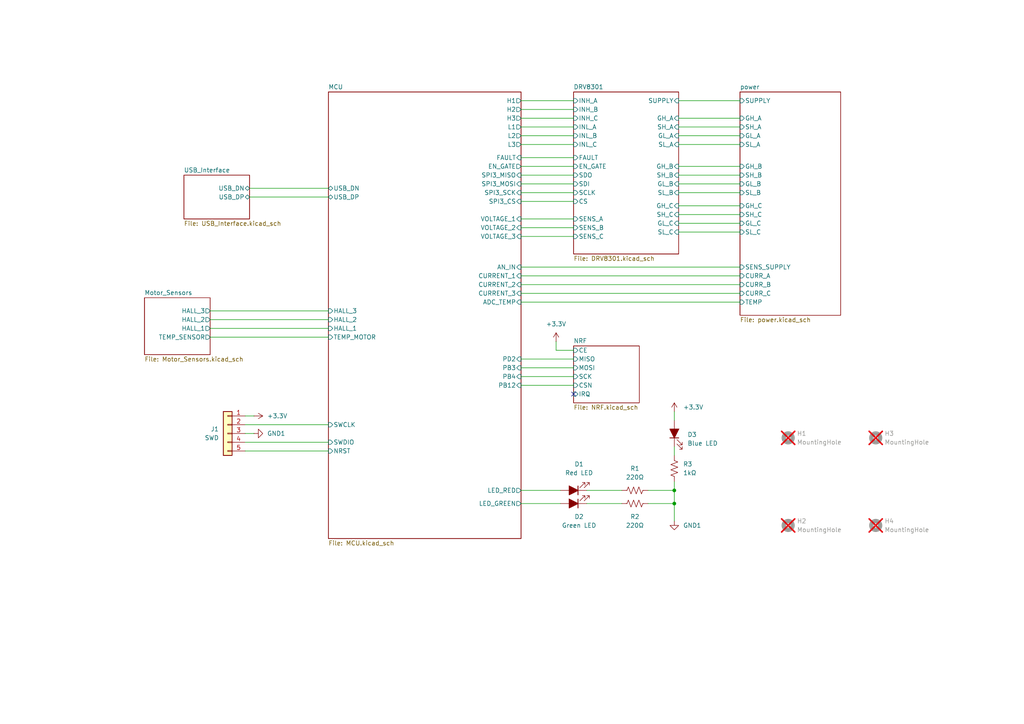
<source format=kicad_sch>
(kicad_sch (version 20231120) (generator "eeschema") (generator_version "8.0")
  (paper "A4")
  (title_block (title "bldc-controller-edp") (date "2024-08-20") (rev "1.0") (company "UTN"))
  (lib_symbols
    (symbol "Connector_Generic:Conn_01x05" (pin_names (offset 1.016) hide)
      (property "Reference" "J" (at 0 7.62 0))
      (property "Value" "Conn_01x05" (at 0 -7.62 0))
      (symbol "Conn_01x05_1_1"
        (rectangle (start -1.27 -4.953) (end 0 -5.207) (stroke (width 0.1524)))
        (rectangle (start -1.27 -2.413) (end 0 -2.667) (stroke (width 0.1524)))
        (rectangle (start -1.27 0.127) (end 0 -0.127) (stroke (width 0.1524)))
        (rectangle (start -1.27 2.667) (end 0 2.413) (stroke (width 0.1524)))
        (rectangle (start -1.27 5.207) (end 0 4.953) (stroke (width 0.1524)))
        (rectangle (start -1.27 6.35) (end 1.27 -6.35) (stroke (width 0.254)) (fill (type background)))
        (pin passive line (at -5.08 5.08 0) (length 3.81) (name "Pin_1") (number "1"))
        (pin passive line (at -5.08 2.54 0) (length 3.81) (name "Pin_2") (number "2"))
        (pin passive line (at -5.08 0 0) (length 3.81) (name "Pin_3") (number "3"))
        (pin passive line (at -5.08 -2.54 0) (length 3.81) (name "Pin_4") (number "4"))
        (pin passive line (at -5.08 -5.08 0) (length 3.81) (name "Pin_5") (number "5"))
      )
    )
    (symbol "Device:LED_Filled" (pin_numbers hide) (pin_names (offset 1.016) hide)
      (property "Reference" "D" (at 0 2.54 0))
      (property "Value" "LED_Filled" (at 0 -2.54 0))
      (symbol "LED_Filled_0_1"
        (polyline (pts (xy -1.27 -1.27) (xy -1.27 1.27)) (stroke (width 0.254)))
        (polyline (pts (xy -1.27 0) (xy 1.27 0)))
        (polyline (pts (xy 1.27 -1.27) (xy 1.27 1.27) (xy -1.27 0) (xy 1.27 -1.27)) (stroke (width 0.254)) (fill (type outline)))
        (polyline (pts (xy -3.048 -0.762) (xy -4.572 -2.286) (xy -3.81 -2.286) (xy -4.572 -2.286) (xy -4.572 -1.524)))
        (polyline (pts (xy -1.778 -0.762) (xy -3.302 -2.286) (xy -2.54 -2.286) (xy -3.302 -2.286) (xy -3.302 -1.524)))
      )
      (symbol "LED_Filled_1_1"
        (pin passive line (at -3.81 0 0) (length 2.54) (name "K") (number "1"))
        (pin passive line (at 3.81 0 180) (length 2.54) (name "A") (number "2"))
      )
    )
    (symbol "Device:R_US" (pin_numbers hide) (pin_names (offset 0))
      (property "Reference" "R" (at 2.54 0 90))
      (property "Value" "R_US" (at -2.54 0 90))
      (symbol "R_US_0_1"
        (polyline (pts (xy 0 -2.286) (xy 0 -2.54)))
        (polyline (pts (xy 0 2.286) (xy 0 2.54)))
        (polyline (pts (xy 0 -0.762) (xy 1.016 -1.143) (xy 0 -1.524) (xy -1.016 -1.905) (xy 0 -2.286)))
        (polyline (pts (xy 0 0.762) (xy 1.016 0.381) (xy 0 0) (xy -1.016 -0.381) (xy 0 -0.762)))
        (polyline (pts (xy 0 2.286) (xy 1.016 1.905) (xy 0 1.524) (xy -1.016 1.143) (xy 0 0.762)))
      )
      (symbol "R_US_1_1"
        (pin passive line (at 0 3.81 270) (length 1.27) (name "~") (number "1"))
        (pin passive line (at 0 -3.81 90) (length 1.27) (name "~") (number "2"))
      )
    )
    (symbol "Mechanical:MountingHole" (pin_names (offset 1.016)) (exclude_from_sim yes) (in_bom no)
      (property "Reference" "H" (at 0 5.08 0))
      (property "Value" "MountingHole" (at 0 3.175 0))
      (symbol "MountingHole_0_1"
        (circle (center 0 0) (radius 1.27) (stroke (width 1.27)))
      )
    )
    (symbol "power:+3.3V" (power) (pin_numbers hide) (pin_names (offset 0) hide)
      (property "Value" "+3.3V" (at 0 3.556 0))
      (symbol "+3.3V_0_1"
        (polyline (pts (xy -0.762 1.27) (xy 0 2.54)))
        (polyline (pts (xy 0 0) (xy 0 2.54)))
        (polyline (pts (xy 0 2.54) (xy 0.762 1.27)))
      )
      (symbol "+3.3V_1_1"
        (pin power_in line (at 0 0 90) (length 0) (name "~") (number "1"))
      )
    )
    (symbol "power:GND1" (power) (pin_numbers hide) (pin_names (offset 0) hide)
      (property "Value" "GND1" (at 0 -3.81 0))
      (symbol "GND1_0_1"
        (polyline (pts (xy 0 0) (xy 0 -1.27) (xy 1.27 -1.27) (xy 0 -2.54) (xy -1.27 -1.27) (xy 0 -1.27)))
      )
      (symbol "GND1_1_1"
        (pin power_in line (at 0 0 270) (length 0) (name "~") (number "1"))
      )
    )
  )
  (junction (at 195.58 146.05))
  (junction (at 195.58 142.24))
  (no_connect (at 166.37 114.3))
  (wire (pts (xy 151.13 34.29) (xy 166.37 34.29)))
  (wire (pts (xy 151.13 41.91) (xy 166.37 41.91)))
  (wire (pts (xy 161.29 101.6) (xy 161.29 99.06)))
  (wire (pts (xy 60.96 97.79) (xy 95.25 97.79)))
  (wire (pts (xy 187.96 146.05) (xy 195.58 146.05)))
  (wire (pts (xy 72.39 54.61) (xy 95.25 54.61)))
  (wire (pts (xy 60.96 90.17) (xy 95.25 90.17)))
  (wire (pts (xy 196.85 67.31) (xy 214.63 67.31)))
  (wire (pts (xy 151.13 48.26) (xy 166.37 48.26)))
  (wire (pts (xy 95.25 123.19) (xy 71.12 123.19)))
  (wire (pts (xy 170.18 146.05) (xy 180.34 146.05)))
  (wire (pts (xy 151.13 31.75) (xy 166.37 31.75)))
  (wire (pts (xy 195.58 146.05) (xy 195.58 142.24)))
  (wire (pts (xy 71.12 130.81) (xy 95.25 130.81)))
  (wire (pts (xy 196.85 50.8) (xy 214.63 50.8)))
  (wire (pts (xy 170.18 142.24) (xy 180.34 142.24)))
  (wire (pts (xy 72.39 57.15) (xy 95.25 57.15)))
  (wire (pts (xy 151.13 66.04) (xy 166.37 66.04)))
  (wire (pts (xy 195.58 121.92) (xy 195.58 119.38)))
  (wire (pts (xy 60.96 92.71) (xy 95.25 92.71)))
  (wire (pts (xy 151.13 85.09) (xy 214.63 85.09)))
  (wire (pts (xy 151.13 82.55) (xy 214.63 82.55)))
  (wire (pts (xy 196.85 34.29) (xy 214.63 34.29)))
  (wire (pts (xy 151.13 80.01) (xy 214.63 80.01)))
  (wire (pts (xy 196.85 59.69) (xy 214.63 59.69)))
  (wire (pts (xy 151.13 68.58) (xy 166.37 68.58)))
  (wire (pts (xy 195.58 129.54) (xy 195.58 132.08)))
  (wire (pts (xy 151.13 109.22) (xy 166.37 109.22)))
  (wire (pts (xy 196.85 55.88) (xy 214.63 55.88)))
  (wire (pts (xy 151.13 55.88) (xy 166.37 55.88)))
  (wire (pts (xy 196.85 48.26) (xy 214.63 48.26)))
  (wire (pts (xy 151.13 29.21) (xy 166.37 29.21)))
  (wire (pts (xy 196.85 29.21) (xy 214.63 29.21)))
  (wire (pts (xy 196.85 62.23) (xy 214.63 62.23)))
  (wire (pts (xy 151.13 58.42) (xy 166.37 58.42)))
  (wire (pts (xy 151.13 106.68) (xy 166.37 106.68)))
  (wire (pts (xy 187.96 142.24) (xy 195.58 142.24)))
  (wire (pts (xy 151.13 111.76) (xy 166.37 111.76)))
  (wire (pts (xy 196.85 39.37) (xy 214.63 39.37)))
  (wire (pts (xy 196.85 41.91) (xy 214.63 41.91)))
  (wire (pts (xy 151.13 146.05) (xy 162.56 146.05)))
  (wire (pts (xy 151.13 104.14) (xy 166.37 104.14)))
  (wire (pts (xy 196.85 36.83) (xy 214.63 36.83)))
  (wire (pts (xy 151.13 39.37) (xy 166.37 39.37)))
  (wire (pts (xy 151.13 50.8) (xy 166.37 50.8)))
  (wire (pts (xy 166.37 101.6) (xy 161.29 101.6)))
  (wire (pts (xy 151.13 53.34) (xy 166.37 53.34)))
  (wire (pts (xy 60.96 95.25) (xy 95.25 95.25)))
  (wire (pts (xy 151.13 77.47) (xy 214.63 77.47)))
  (wire (pts (xy 196.85 64.77) (xy 214.63 64.77)))
  (wire (pts (xy 151.13 45.72) (xy 166.37 45.72)))
  (wire (pts (xy 196.85 53.34) (xy 214.63 53.34)))
  (wire (pts (xy 151.13 63.5) (xy 166.37 63.5)))
  (wire (pts (xy 71.12 128.27) (xy 95.25 128.27)))
  (wire (pts (xy 195.58 139.7) (xy 195.58 142.24)))
  (wire (pts (xy 151.13 142.24) (xy 162.56 142.24)))
  (wire (pts (xy 195.58 146.05) (xy 195.58 151.13)))
  (wire (pts (xy 71.12 125.73) (xy 73.66 125.73)))
  (wire (pts (xy 151.13 36.83) (xy 166.37 36.83)))
  (wire (pts (xy 151.13 87.63) (xy 214.63 87.63)))
  (wire (pts (xy 71.12 120.65) (xy 73.66 120.65)))
  (symbol (lib_id "power:+3.3V") (at 73.66 120.65 270) (unit 1)
    (property "Reference" "#PWR01" (effects (hide yes)))
    (property "Value" "+3.3V" (at 77.47 120.6499 90) (effects (justify left)))
    (property "Description" "Power symbol creates a global label with name \"+3.3V\"" (effects (hide yes)))
  )
  (symbol (lib_id "power:GND1") (at 73.66 125.73 90) (unit 1)
    (property "Reference" "#PWR02" (effects (hide yes)))
    (property "Value" "GND1" (at 77.47 125.7299 90) (effects (justify right)))
    (property "Description" "Power symbol creates a global label with name \"GND1\" , ground" (effects (hide yes)))
  )
  (symbol (lib_id "Device:LED_Filled") (at 166.37 142.24 180) (unit 1)
    (property "Reference" "D1" (at 167.9575 134.62 0))
    (property "Value" "Red LED" (at 167.9575 137.16 0))
    (property "Footprint" "LED_SMD:LED_0603_1608Metric" (effects (hide yes)))
    (property "Description" "Light emitting diode, filled shape" (effects (hide yes)))
    (property "Manufacturer" "ROHM Semicon" (effects (hide yes)))
    (property "MPN" "SML-310VTT86" (effects (hide yes)))
    (property "LCSC" "C123009" (effects (hide yes)))
  )
  (symbol (lib_id "Device:LED_Filled") (at 166.37 146.05 180) (unit 1)
    (property "Reference" "D2" (at 167.9575 149.86 0))
    (property "Value" "Green LED" (at 167.9575 152.4 0))
    (property "Footprint" "LED_SMD:LED_0603_1608Metric" (effects (hide yes)))
    (property "Description" "Light emitting diode, filled shape" (effects (hide yes)))
    (property "Manufacturer" "Everlight Elec" (effects (hide yes)))
    (property "MPN" " 19-21/G6C-FM1N2B/4T" (effects (hide yes)))
    (property "LCSC" "C2984263" (effects (hide yes)))
  )
  (symbol (lib_id "Device:R_US") (at 184.15 142.24 90) (unit 1)
    (property "Reference" "R1" (at 184.15 135.89 90))
    (property "Value" "220Ω" (at 184.15 138.43 90))
    (property "Footprint" "Resistor_SMD:R_0603_1608Metric" (effects (hide yes)))
    (property "Manufacturer" "YAGEO" (effects (hide yes)))
    (property "MPN" "RC0603FR-07220RL" (effects (hide yes)))
    (property "LCSC" "C107696" (effects (hide yes)))
  )
  (symbol (lib_id "Device:R_US") (at 184.15 146.05 90) (unit 1)
    (property "Reference" "R2" (at 184.15 149.86 90))
    (property "Value" "220Ω" (at 184.15 152.4 90))
    (property "Footprint" "Resistor_SMD:R_0603_1608Metric" (effects (hide yes)))
    (property "Manufacturer" "YAGEO" (effects (hide yes)))
    (property "MPN" "RC0603FR-07220RL" (effects (hide yes)))
    (property "LCSC" "C107696" (effects (hide yes)))
  )
  (symbol (lib_id "power:GND1") (at 195.58 151.13 0) (unit 1)
    (property "Reference" "#PWR05" (effects (hide yes)))
    (property "Value" "GND1" (at 198.12 152.3999 0) (effects (justify left)))
    (property "Description" "Power symbol creates a global label with name \"GND1\" , ground" (effects (hide yes)))
  )
  (symbol (lib_id "power:+3.3V") (at 195.58 119.38 0) (unit 1)
    (property "Reference" "#PWR04" (effects (hide yes)))
    (property "Value" "+3.3V" (at 198.12 118.1099 0) (effects (justify left)))
    (property "Description" "Power symbol creates a global label with name \"+3.3V\"" (effects (hide yes)))
  )
  (symbol (lib_id "power:+3.3V") (at 161.29 99.06 0) (unit 1)
    (property "Reference" "#PWR03" (effects (hide yes)))
    (property "Value" "+3.3V" (at 161.29 93.98 0))
    (property "Description" "Power symbol creates a global label with name \"+3.3V\"" (effects (hide yes)))
  )
  (symbol (lib_id "Device:LED_Filled") (at 195.58 125.73 90) (unit 1)
    (property "Reference" "D3" (at 199.39 126.0474 90) (effects (justify right)))
    (property "Value" "Blue LED" (at 199.39 128.5874 90) (effects (justify right)))
    (property "Footprint" "LED_SMD:LED_0603_1608Metric" (effects (hide yes)))
    (property "Description" "Light emitting diode, filled shape" (effects (hide yes)))
    (property "Manufacturer" "ROHM Semicon" (effects (hide yes)))
    (property "MPN" "SML-E13BC8TT86" (effects (hide yes)))
    (property "LCSC" "C2846635" (effects (hide yes)))
  )
  (symbol (lib_id "Mechanical:MountingHole") (at 228.6 152.4 0) (unit 1) (exclude_from_sim yes) (in_bom no) (dnp yes)
    (property "Reference" "H2" (at 231.14 151.1299 0) (effects (justify left)))
    (property "Value" "MountingHole" (at 231.14 153.6699 0) (effects (justify left)))
    (property "Footprint" "MountingHole:MountingHole_2.7mm_M2.5" (effects (hide yes)))
    (property "Description" "Mounting Hole without connection" (effects (hide yes)))
  )
  (symbol (lib_id "Mechanical:MountingHole") (at 228.6 127 0) (unit 1) (exclude_from_sim yes) (in_bom no) (dnp yes)
    (property "Reference" "H1" (at 231.14 125.7299 0) (effects (justify left)))
    (property "Value" "MountingHole" (at 231.14 128.2699 0) (effects (justify left)))
    (property "Footprint" "MountingHole:MountingHole_2.7mm_M2.5" (effects (hide yes)))
    (property "Description" "Mounting Hole without connection" (effects (hide yes)))
  )
  (symbol (lib_id "Mechanical:MountingHole") (at 254 152.4 0) (unit 1) (exclude_from_sim yes) (in_bom no) (dnp yes)
    (property "Reference" "H4" (at 256.54 151.1299 0) (effects (justify left)))
    (property "Value" "MountingHole" (at 256.54 153.6699 0) (effects (justify left)))
    (property "Footprint" "MountingHole:MountingHole_2.7mm_M2.5" (effects (hide yes)))
    (property "Description" "Mounting Hole without connection" (effects (hide yes)))
  )
  (symbol (lib_id "Connector_Generic:Conn_01x05") (at 66.04 125.73 0) (mirror y) (unit 1)
    (property "Reference" "J1" (at 63.5 124.4599 0) (effects (justify left)))
    (property "Value" "SWD" (at 63.5 126.9999 0) (effects (justify left)))
    (property "Footprint" "Connector_PinHeader_2.54mm:PinHeader_1x05_P2.54mm_Vertical" (effects (hide yes)))
    (property "Description" "5P" (effects (hide yes)))
    (property "Manufacturer" " Hanbo Electronic" (effects (hide yes)))
    (property "MPN" "HB-PH3-25415PB2GOP" (effects (hide yes)))
    (property "LCSC" "C6332198" (effects (hide yes)))
  )
  (symbol (lib_id "Device:R_US") (at 195.58 135.89 180) (unit 1)
    (property "Reference" "R3" (at 198.12 134.6199 0) (effects (justify right)))
    (property "Value" "1kΩ" (at 198.12 137.1599 0) (effects (justify right)))
    (property "Footprint" "Resistor_SMD:R_0603_1608Metric" (effects (hide yes)))
    (property "Manufacturer" "YAGEO" (effects (hide yes)))
    (property "MPN" "RC0603FR-071KL" (effects (hide yes)))
    (property "LCSC" "C22548" (effects (hide yes)))
  )
  (symbol (lib_id "Mechanical:MountingHole") (at 254 127 0) (unit 1) (exclude_from_sim yes) (in_bom no) (dnp yes)
    (property "Reference" "H3" (at 256.54 125.7299 0) (effects (justify left)))
    (property "Value" "MountingHole" (at 256.54 128.2699 0) (effects (justify left)))
    (property "Footprint" "MountingHole:MountingHole_2.7mm_M2.5" (effects (hide yes)))
    (property "Description" "Mounting Hole without connection" (effects (hide yes)))
  )
  (sheet (at 95.25 26.67) (size 55.88 129.54)
    (property "Sheetname" "MCU" (at 95.25 25.9584 0) (effects (justify left bottom)))
    (property "Sheetfile" "MCU.kicad_sch" (at 95.25 156.7946 0) (effects (justify left top)))
    (pin "VOLTAGE_1" input (at 151.13 63.5 0))
    (pin "VOLTAGE_2" input (at 151.13 66.04 0))
    (pin "VOLTAGE_3" input (at 151.13 68.58 0))
    (pin "ADC_TEMP" input (at 151.13 87.63 0))
    (pin "H1" output (at 151.13 29.21 0))
    (pin "H2" output (at 151.13 31.75 0))
    (pin "H3" output (at 151.13 34.29 0))
    (pin "USB_DN" bidirectional (at 95.25 54.61 180))
    (pin "USB_DP" bidirectional (at 95.25 57.15 180))
    (pin "LED_GREEN" output (at 151.13 146.05 0))
    (pin "LED_RED" output (at 151.13 142.24 0))
    (pin "EN_GATE" output (at 151.13 48.26 0))
    (pin "FAULT" input (at 151.13 45.72 0))
    (pin "PB12" input (at 151.13 111.76 0))
    (pin "L1" output (at 151.13 36.83 0))
    (pin "L2" output (at 151.13 39.37 0))
    (pin "L3" output (at 151.13 41.91 0))
    (pin "CURRENT_1" input (at 151.13 80.01 0))
    (pin "CURRENT_2" input (at 151.13 82.55 0))
    (pin "CURRENT_3" input (at 151.13 85.09 0))
    (pin "AN_IN" input (at 151.13 77.47 0))
    (pin "TEMP_MOTOR" input (at 95.25 97.79 180))
    (pin "HALL_1" input (at 95.25 95.25 180))
    (pin "HALL_2" input (at 95.25 92.71 180))
    (pin "HALL_3" input (at 95.25 90.17 180))
    (pin "SPI3_CS" input (at 151.13 58.42 0))
    (pin "SPI3_SCK" input (at 151.13 55.88 0))
    (pin "SPI3_MISO" input (at 151.13 50.8 0))
    (pin "SPI3_MOSI" input (at 151.13 53.34 0))
    (pin "PD2" input (at 151.13 104.14 0))
    (pin "NRST" input (at 95.25 130.81 180))
    (pin "SWDIO" input (at 95.25 128.27 180))
    (pin "SWCLK" input (at 95.25 123.19 180))
    (pin "PB3" input (at 151.13 106.68 0))
    (pin "PB4" input (at 151.13 109.22 0))
  )
  (sheet (at 166.37 26.67) (size 30.48 46.99)
    (property "Sheetname" "DRV8301" (at 166.37 25.9584 0) (effects (justify left bottom)))
    (property "Sheetfile" "DRV8301.kicad_sch" (at 166.37 74.2446 0) (effects (justify left top)))
    (pin "FAULT" input (at 166.37 45.72 180))
    (pin "CS" input (at 166.37 58.42 180))
    (pin "SDI" input (at 166.37 53.34 180))
    (pin "SDO" input (at 166.37 50.8 180))
    (pin "SCLK" input (at 166.37 55.88 180))
    (pin "EN_GATE" input (at 166.37 48.26 180))
    (pin "INL_A" input (at 166.37 36.83 180))
    (pin "INH_B" input (at 166.37 31.75 180))
    (pin "INL_B" input (at 166.37 39.37 180))
    (pin "INH_C" input (at 166.37 34.29 180))
    (pin "INL_C" input (at 166.37 41.91 180))
    (pin "SUPPLY" input (at 196.85 29.21 0))
    (pin "GH_A" input (at 196.85 34.29 0))
    (pin "GL_A" input (at 196.85 39.37 0))
    (pin "SL_A" input (at 196.85 41.91 0))
    (pin "GH_B" input (at 196.85 48.26 0))
    (pin "GL_B" input (at 196.85 53.34 0))
    (pin "SL_B" input (at 196.85 55.88 0))
    (pin "GH_C" input (at 196.85 59.69 0))
    (pin "GL_C" input (at 196.85 64.77 0))
    (pin "SL_C" input (at 196.85 67.31 0))
    (pin "SH_A" input (at 196.85 36.83 0))
    (pin "SH_B" input (at 196.85 50.8 0))
    (pin "SH_C" input (at 196.85 62.23 0))
    (pin "SENS_A" input (at 166.37 63.5 180))
    (pin "SENS_B" input (at 166.37 66.04 180))
    (pin "SENS_C" input (at 166.37 68.58 180))
    (pin "INH_A" input (at 166.37 29.21 180))
  )
  (sheet (at 214.63 26.67) (size 29.21 64.77)
    (property "Sheetname" "power" (at 214.63 25.9584 0) (effects (justify left bottom)))
    (property "Sheetfile" "power.kicad_sch" (at 214.63 92.0246 0) (effects (justify left top)))
    (pin "GL_B" input (at 214.63 53.34 180))
    (pin "SH_B" input (at 214.63 50.8 180))
    (pin "SL_B" input (at 214.63 55.88 180))
    (pin "GH_B" input (at 214.63 48.26 180))
    (pin "GL_A" input (at 214.63 39.37 180))
    (pin "SH_A" input (at 214.63 36.83 180))
    (pin "SL_A" input (at 214.63 41.91 180))
    (pin "GH_A" input (at 214.63 34.29 180))
    (pin "GL_C" input (at 214.63 64.77 180))
    (pin "SH_C" input (at 214.63 62.23 180))
    (pin "SL_C" input (at 214.63 67.31 180))
    (pin "GH_C" input (at 214.63 59.69 180))
    (pin "CURR_A" input (at 214.63 80.01 180))
    (pin "CURR_B" input (at 214.63 82.55 180))
    (pin "TEMP" input (at 214.63 87.63 180))
    (pin "SUPPLY" input (at 214.63 29.21 180))
    (pin "CURR_C" input (at 214.63 85.09 180))
    (pin "SENS_SUPPLY" input (at 214.63 77.47 180))
  )
  (sheet (at 166.37 100.33) (size 19.05 16.51)
    (property "Sheetname" "NRF" (at 166.37 99.6184 0) (effects (justify left bottom)))
    (property "Sheetfile" "NRF.kicad_sch" (at 166.37 117.4246 0) (effects (justify left top)))
    (pin "CE" input (at 166.37 101.6 180))
    (pin "CSN" input (at 166.37 111.76 180))
    (pin "SCK" input (at 166.37 109.22 180))
    (pin "MISO" input (at 166.37 104.14 180))
    (pin "MOSI" input (at 166.37 106.68 180))
    (pin "IRQ" input (at 166.37 114.3 180))
  )
  (sheet (at 53.34 50.8) (size 19.05 12.7) (stroke (width 0.1524))
    (property "Sheetname" "USB_Interface" (at 53.34 50.0884 0) (effects (justify left bottom)))
    (property "Sheetfile" "USB_Interface.kicad_sch" (at 53.34 64.0846 0) (effects (justify left top)))
    (pin "USB_DP" bidirectional (at 72.39 57.15 0))
    (pin "USB_DN" bidirectional (at 72.39 54.61 0))
  )
  (sheet (at 41.91 86.36) (size 19.05 16.51) (stroke (width 0.1524))
    (property "Sheetname" "Motor_Sensors" (at 41.91 85.6484 0) (effects (justify left bottom)))
    (property "Sheetfile" "Motor_Sensors.kicad_sch" (at 41.91 103.4546 0) (effects (justify left top)))
    (pin "HALL_2" output (at 60.96 92.71 0))
    (pin "HALL_1" output (at 60.96 95.25 0))
    (pin "TEMP_SENSOR" output (at 60.96 97.79 0))
    (pin "HALL_3" output (at 60.96 90.17 0))
  )
)
</source>
